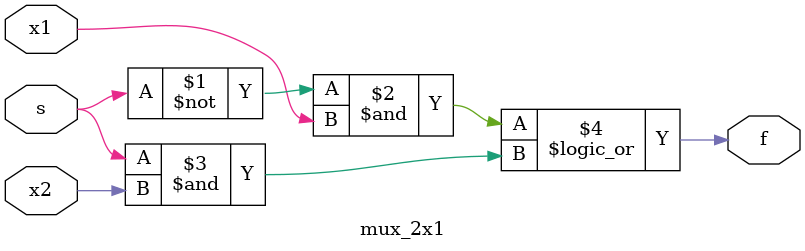
<source format=v>
module mux_2x1 (x1,x2,s,f);
    input x1 ;
    input x2; 
    input s;
    output f;

//Gate level modeling
    assign f = ~s & x1 || s & x2;
    

    //Mathematical modeling of that would be: f = not(s)*x1 + s*x2
endmodule



</source>
